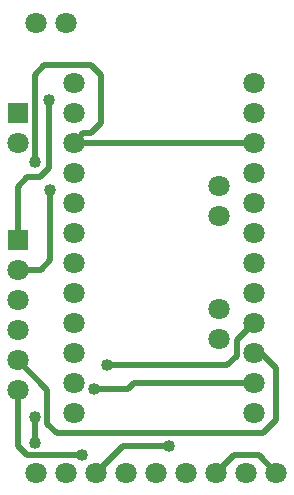
<source format=gbr>
G04 DipTrace 3.0.0.2*
G04 Top.gbr*
%MOIN*%
G04 #@! TF.FileFunction,Copper,L1,Top*
G04 #@! TF.Part,Single*
G04 #@! TA.AperFunction,Conductor*
%ADD13C,0.02*%
G04 #@! TA.AperFunction,ComponentPad*
%ADD15R,0.070866X0.070866*%
%ADD16C,0.070866*%
G04 #@! TA.AperFunction,ViaPad*
%ADD17C,0.04*%
%FSLAX26Y26*%
G04*
G70*
G90*
G75*
G01*
G04 Top*
%LPD*%
X171933Y1042000D2*
D13*
Y807000D1*
X139933Y775000D1*
X62500D1*
X317433Y380004D2*
X429228D1*
X449224Y400000D1*
X850000D1*
X119933Y284571D2*
Y199433D1*
X850000Y500000D2*
X875000D1*
X925000Y450000D1*
Y275000D1*
X881433Y231433D1*
X193933D1*
X161933Y263433D1*
Y375567D1*
X62500Y475000D1*
X277315Y157433D2*
X94500D1*
X62500Y189433D1*
Y375000D1*
X359433Y457433D2*
X760433D1*
X792433Y489433D1*
Y542433D1*
X850000Y600000D1*
X567000Y189433D2*
X414433D1*
X325000Y100000D1*
X850000Y1200000D2*
X250000D1*
X282000Y1232000D1*
X307433D1*
X339433Y1264000D1*
Y1425433D1*
X307433Y1457433D1*
X151933D1*
X119933Y1425433D1*
Y1136000D1*
X167571Y1342000D2*
Y1116000D1*
X135571Y1084000D1*
X94500D1*
X62500Y1052000D1*
Y875000D1*
X925000Y100000D2*
X867567Y157433D1*
X782433D1*
X725000Y100000D1*
D17*
X171933Y1042000D3*
X317433Y380004D3*
X119933Y199433D3*
Y284571D3*
X277315Y157433D3*
X359433Y457433D3*
X567000Y189433D3*
X119933Y1136000D3*
X167571Y1342000D3*
D15*
X62500Y875000D3*
D16*
Y775000D3*
Y675000D3*
Y575000D3*
Y475000D3*
Y375000D3*
D15*
Y1300000D3*
D16*
Y1200000D3*
X925000Y100000D3*
X825000D3*
X725000D3*
X625000D3*
X525000D3*
X425000D3*
X325000D3*
X225000D3*
X125000D3*
Y1600000D3*
X225000D3*
X735000Y955000D3*
Y1055000D3*
Y545000D3*
Y645000D3*
X850000Y1400000D3*
Y1300000D3*
Y1200000D3*
Y1100000D3*
Y1000000D3*
Y900000D3*
Y800000D3*
X850007Y699993D3*
X850000Y600000D3*
Y500000D3*
Y400000D3*
X850013Y299986D3*
X250000Y300000D3*
Y400000D3*
Y500000D3*
Y600000D3*
Y700000D3*
Y800000D3*
Y900000D3*
Y1000000D3*
Y1100000D3*
Y1200000D3*
Y1300000D3*
Y1400000D3*
M02*

</source>
